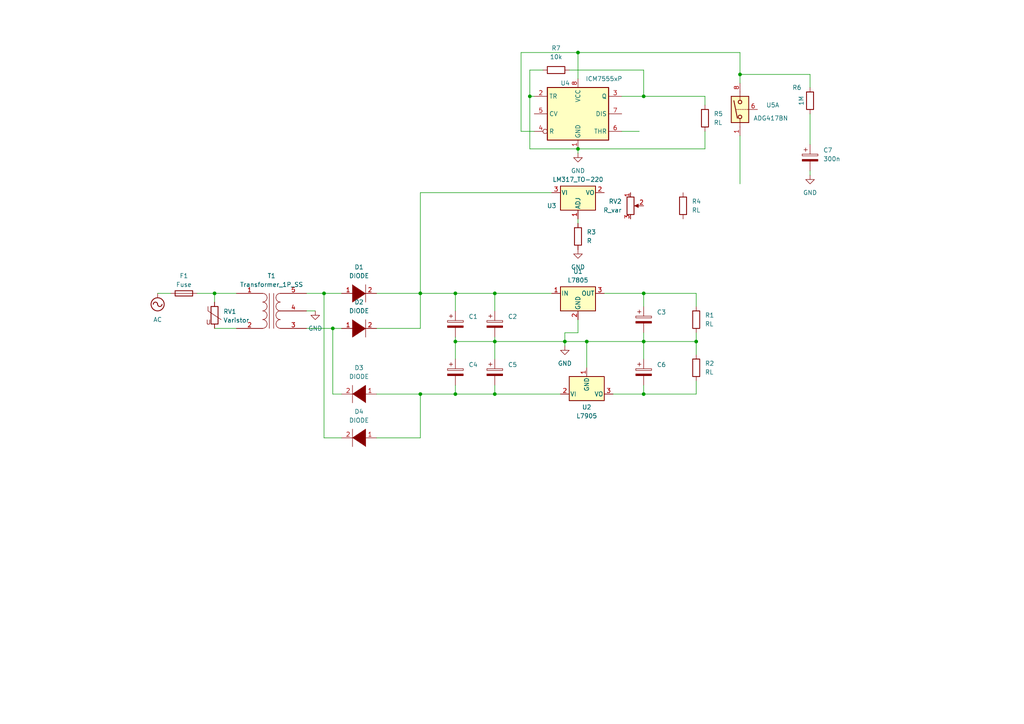
<source format=kicad_sch>
(kicad_sch (version 20230121) (generator eeschema)
  (paper "A4")
  (lib_symbols
    (symbol "Analog_Switch:ADG417BN" (pin_names (offset 0.254))
      (property "Reference" "U" (at -3.175 5.334 0))
      (property "Value" "ADG417BN" (at -3.175 3.556 0))
      (symbol "ADG417BN_1_1"
        (rectangle (start -3.81 2.54) (end 3.81 -2.54) (stroke (width 0.254)) (fill (type background)))
        (circle (center -2.159 0) (radius 0.508) (stroke (width 0.254)))
        (polyline (pts (xy -5.08 0) (xy -2.794 0)))
        (polyline (pts (xy -2.54 0.762) (xy 2.54 1.778)) (stroke (width 0.254)))
        (polyline (pts (xy 0 -2.54) (xy 0 -2.032)))
        (polyline (pts (xy 0 -1.778) (xy 0 -1.524)))
        (polyline (pts (xy 0 -1.27) (xy 0 -1.016)))
        (polyline (pts (xy 0 -0.762) (xy 0 -0.508)))
        (polyline (pts (xy 0 -0.254) (xy 0 0)))
        (polyline (pts (xy 0 0.254) (xy 0 0.508)))
        (polyline (pts (xy 0 0.762) (xy 0 1.016)))
        (polyline (pts (xy 5.08 0) (xy 2.794 0)))
        (circle (center 2.159 0) (radius 0.508) (stroke (width 0.254)))
        (pin passive line (at -7.62 0 0) (length 2.54) (name "~") (number "1"))
        (pin input line (at 0 -5.08 90) (length 2.54) (name "~") (number "6"))
        (pin passive line (at 7.62 0 180) (length 2.54) (name "~") (number "8"))
      )
      (symbol "ADG417BN_2_0"
        (pin no_connect line (at -2.54 10.16 270) (length 2.54) hide (name "NC") (number "2"))
        (pin power_in line (at 0 -12.7 90) (length 2.54) (name "GND") (number "3"))
        (pin power_in line (at 0 12.7 270) (length 2.54) (name "V+") (number "4"))
        (pin power_in line (at 2.54 12.7 270) (length 2.54) (name "VL") (number "5"))
        (pin power_in line (at 2.54 -12.7 90) (length 2.54) (name "V-") (number "7"))
      )
      (symbol "ADG417BN_2_1"
        (rectangle (start -3.81 10.16) (end 6.35 -10.16) (stroke (width 0.254)) (fill (type background)))
      )
    )
    (symbol "Device:C_Polarized" (pin_numbers hide) (pin_names (offset 0.254))
      (property "Reference" "C" (at 0.635 2.54 0))
      (property "Value" "C_Polarized" (at 0.635 -2.54 0))
      (symbol "C_Polarized_0_1"
        (rectangle (start -2.286 0.508) (end 2.286 1.016))
        (polyline (pts (xy -1.778 2.286) (xy -0.762 2.286)))
        (polyline (pts (xy -1.27 2.794) (xy -1.27 1.778)))
        (rectangle (start 2.286 -0.508) (end -2.286 -1.016) (fill (type outline)))
      )
      (symbol "C_Polarized_1_1"
        (pin passive line (at 0 3.81 270) (length 2.794) (name "~") (number "1"))
        (pin passive line (at 0 -3.81 90) (length 2.794) (name "~") (number "2"))
      )
    )
    (symbol "Device:Fuse" (pin_numbers hide) (pin_names (offset 0))
      (property "Reference" "F" (at 2.032 0 90))
      (property "Value" "Fuse" (at -1.905 0 90))
      (symbol "Fuse_0_1"
        (rectangle (start -0.762 -2.54) (end 0.762 2.54) (stroke (width 0.254)))
        (polyline (pts (xy 0 2.54) (xy 0 -2.54)))
      )
      (symbol "Fuse_1_1"
        (pin passive line (at 0 3.81 270) (length 1.27) (name "~") (number "1"))
        (pin passive line (at 0 -3.81 90) (length 1.27) (name "~") (number "2"))
      )
    )
    (symbol "Device:R" (pin_numbers hide) (pin_names (offset 0))
      (property "Reference" "R" (at 2.032 0 90))
      (property "Value" "R" (at 0 0 90))
      (symbol "R_0_1"
        (rectangle (start -1.016 -2.54) (end 1.016 2.54) (stroke (width 0.254)))
      )
      (symbol "R_1_1"
        (pin passive line (at 0 3.81 270) (length 1.27) (name "~") (number "1"))
        (pin passive line (at 0 -3.81 90) (length 1.27) (name "~") (number "2"))
      )
    )
    (symbol "Device:R_Potentiometer" (pin_names (offset 1.016) hide)
      (property "Reference" "RV" (at -4.445 0 90))
      (property "Value" "R_Potentiometer" (at -2.54 0 90))
      (symbol "R_Potentiometer_0_1"
        (polyline (pts (xy 2.54 0) (xy 1.524 0)))
        (polyline (pts (xy 1.143 0) (xy 2.286 0.508) (xy 2.286 -0.508) (xy 1.143 0)) (fill (type outline)))
        (rectangle (start 1.016 2.54) (end -1.016 -2.54) (stroke (width 0.254)))
      )
      (symbol "R_Potentiometer_1_1"
        (pin passive line (at 0 3.81 270) (length 1.27) (name "1") (number "1"))
        (pin passive line (at 3.81 0 180) (length 1.27) (name "2") (number "2"))
        (pin passive line (at 0 -3.81 90) (length 1.27) (name "3") (number "3"))
      )
    )
    (symbol "Device:Transformer_1P_SS" (pin_names (offset 1.016) hide)
      (property "Reference" "T" (at 0 6.35 0))
      (property "Value" "Transformer_1P_SS" (at 0 -7.62 0))
      (symbol "Transformer_1P_SS_0_1"
        (arc (start -2.54 -5.0546) (mid -1.6599 -4.6901) (end -1.27 -3.81))
        (arc (start -2.54 -2.5146) (mid -1.6599 -2.1501) (end -1.27 -1.27))
        (arc (start -2.54 0.0254) (mid -1.6599 0.3899) (end -1.27 1.27))
        (arc (start -2.54 2.5654) (mid -1.6599 2.9299) (end -1.27 3.81))
        (arc (start -1.27 -3.81) (mid -1.642 -2.912) (end -2.54 -2.54))
        (arc (start -1.27 -1.27) (mid -1.642 -0.372) (end -2.54 0))
        (arc (start -1.27 1.27) (mid -1.642 2.168) (end -2.54 2.54))
        (arc (start -1.27 3.81) (mid -1.642 4.708) (end -2.54 5.08))
        (polyline (pts (xy -0.635 5.08) (xy -0.635 -5.08)))
        (polyline (pts (xy 0.635 -5.08) (xy 0.635 5.08)))
        (arc (start 1.2954 -1.27) (mid 1.6599 -2.1501) (end 2.54 -2.5146))
        (arc (start 1.2954 1.27) (mid 1.6599 0.3899) (end 2.54 0.0254))
        (arc (start 1.2954 3.81) (mid 1.6599 2.9299) (end 2.54 2.5654))
        (arc (start 1.3208 -3.81) (mid 1.6853 -4.6901) (end 2.5654 -5.0546))
        (arc (start 2.54 0) (mid 1.642 -0.372) (end 1.2954 -1.27))
        (arc (start 2.54 2.54) (mid 1.642 2.168) (end 1.2954 1.27))
        (arc (start 2.54 5.08) (mid 1.642 4.708) (end 1.2954 3.81))
        (arc (start 2.5654 -2.54) (mid 1.6674 -2.912) (end 1.3208 -3.81))
      )
      (symbol "Transformer_1P_SS_1_1"
        (pin passive line (at -10.16 5.08 0) (length 7.62) (name "AA") (number "1"))
        (pin passive line (at -10.16 -5.08 0) (length 7.62) (name "AB") (number "2"))
        (pin passive line (at 10.16 -5.08 180) (length 7.62) (name "SA") (number "3"))
        (pin passive line (at 10.16 0 180) (length 7.62) (name "SC") (number "4"))
        (pin passive line (at 10.16 5.08 180) (length 7.62) (name "SB") (number "5"))
      )
    )
    (symbol "Device:Varistor" (pin_numbers hide) (pin_names (offset 0))
      (property "Reference" "RV" (at 3.175 0 90))
      (property "Value" "Varistor" (at -3.175 0 90))
      (symbol "Varistor_0_0"
        (text "U" (at -1.778 -2.032 0) (effects (font (size 1.27 1.27))))
      )
      (symbol "Varistor_0_1"
        (rectangle (start -1.016 -2.54) (end 1.016 2.54) (stroke (width 0.254)))
        (polyline (pts (xy -1.905 2.54) (xy -1.905 1.27) (xy 1.905 -1.27)))
      )
      (symbol "Varistor_1_1"
        (pin passive line (at 0 3.81 270) (length 1.27) (name "~") (number "1"))
        (pin passive line (at 0 -3.81 90) (length 1.27) (name "~") (number "2"))
      )
    )
    (symbol "Regulator_Linear:L7805" (pin_names (offset 0.254))
      (property "Reference" "U" (at -3.81 3.175 0))
      (property "Value" "L7805" (at 0 3.175 0))
      (symbol "L7805_0_1"
        (rectangle (start -5.08 1.905) (end 5.08 -5.08) (stroke (width 0.254)) (fill (type background)))
      )
      (symbol "L7805_1_1"
        (pin power_in line (at -7.62 0 0) (length 2.54) (name "IN") (number "1"))
        (pin power_in line (at 0 -7.62 90) (length 2.54) (name "GND") (number "2"))
        (pin power_out line (at 7.62 0 180) (length 2.54) (name "OUT") (number "3"))
      )
    )
    (symbol "Regulator_Linear:L7905" (pin_names (offset 0.254))
      (property "Reference" "U" (at -3.81 -3.175 0))
      (property "Value" "L7905" (at 0 -3.175 0))
      (symbol "L7905_0_1"
        (rectangle (start -5.08 5.08) (end 5.08 -1.905) (stroke (width 0.254)) (fill (type background)))
      )
      (symbol "L7905_1_1"
        (pin power_in line (at 0 7.62 270) (length 2.54) (name "GND") (number "1"))
        (pin power_in line (at -7.62 0 0) (length 2.54) (name "VI") (number "2"))
        (pin power_out line (at 7.62 0 180) (length 2.54) (name "VO") (number "3"))
      )
    )
    (symbol "Regulator_Linear:LM317_TO-220" (pin_names (offset 0.254))
      (property "Reference" "U" (at -3.81 3.175 0))
      (property "Value" "LM317_TO-220" (at 0 3.175 0))
      (symbol "LM317_TO-220_0_1"
        (rectangle (start -5.08 1.905) (end 5.08 -5.08) (stroke (width 0.254)) (fill (type background)))
      )
      (symbol "LM317_TO-220_1_1"
        (pin input line (at 0 -7.62 90) (length 2.54) (name "ADJ") (number "1"))
        (pin power_out line (at 7.62 0 180) (length 2.54) (name "VO") (number "2"))
        (pin power_in line (at -7.62 0 0) (length 2.54) (name "VI") (number "3"))
      )
    )
    (symbol "Timer:ICM7555xP"
      (property "Reference" "U" (at -10.16 8.89 0))
      (property "Value" "ICM7555xP" (at 2.54 8.89 0))
      (symbol "ICM7555xP_0_0"
        (pin power_in line (at 0 -10.16 90) (length 2.54) (name "GND") (number "1"))
        (pin power_in line (at 0 10.16 270) (length 2.54) (name "VCC") (number "8"))
      )
      (symbol "ICM7555xP_0_1"
        (rectangle (start -8.89 -7.62) (end 8.89 7.62) (stroke (width 0.254)) (fill (type background)))
        (rectangle (start -8.89 -7.62) (end 8.89 7.62) (stroke (width 0.254)) (fill (type background)))
      )
      (symbol "ICM7555xP_1_1"
        (pin input line (at -12.7 5.08 0) (length 3.81) (name "TR") (number "2"))
        (pin output line (at 12.7 5.08 180) (length 3.81) (name "Q") (number "3"))
        (pin input inverted (at -12.7 -5.08 0) (length 3.81) (name "R") (number "4"))
        (pin input line (at -12.7 0 0) (length 3.81) (name "CV") (number "5"))
        (pin input line (at 12.7 -5.08 180) (length 3.81) (name "THR") (number "6"))
        (pin input line (at 12.7 0 180) (length 3.81) (name "DIS") (number "7"))
      )
    )
    (symbol "power:AC" (power) (pin_names (offset 0))
      (property "Value" "AC" (at 0 6.35 0))
      (symbol "AC_0_1"
        (polyline (pts (xy 0 0) (xy 0 1.27)))
        (arc (start 0 3.175) (mid -0.635 3.8072) (end -1.27 3.175) (stroke (width 0.254)))
        (arc (start 0 3.175) (mid 0.635 2.5427) (end 1.27 3.175) (stroke (width 0.254)))
        (circle (center 0 3.175) (radius 1.905) (stroke (width 0.254)))
      )
      (symbol "AC_1_1"
        (pin power_in line (at 0 0 90) (length 0) hide (name "AC") (number "1"))
      )
    )
    (symbol "power:GND" (power) (pin_names (offset 0))
      (property "Value" "GND" (at 0 -3.81 0))
      (symbol "GND_0_1"
        (polyline (pts (xy 0 0) (xy 0 -1.27) (xy 1.27 -1.27) (xy 0 -2.54) (xy -1.27 -1.27) (xy 0 -1.27)))
      )
      (symbol "GND_1_1"
        (pin power_in line (at 0 0 270) (length 0) hide (name "GND") (number "1"))
      )
    )
    (symbol "pspice:DIODE" (pin_names (offset 1.016) hide)
      (property "Reference" "D" (at 0 3.81 0))
      (property "Value" "DIODE" (at 0 -4.445 0))
      (symbol "DIODE_0_1"
        (polyline (pts (xy 1.905 2.54) (xy 1.905 -2.54)))
        (polyline (pts (xy -1.905 2.54) (xy -1.905 -2.54) (xy 1.905 0)) (fill (type outline)))
      )
      (symbol "DIODE_1_1"
        (pin input line (at -5.08 0 0) (length 3.81) (name "K") (number "1"))
        (pin input line (at 5.08 0 180) (length 3.81) (name "A") (number "2"))
      )
    )
  )
  (junction (at 167.64 43.18))
  (junction (at 167.64 15.24))
  (junction (at 132.08 99.06))
  (junction (at 186.69 99.06))
  (junction (at 143.51 99.06))
  (junction (at 143.51 114.3))
  (junction (at 170.18 99.06))
  (junction (at 143.51 85.09))
  (junction (at 201.93 99.06))
  (junction (at 93.98 85.09))
  (junction (at 62.23 85.09))
  (junction (at 121.92 114.3))
  (junction (at 186.69 85.09))
  (junction (at 132.08 114.3))
  (junction (at 132.08 85.09))
  (junction (at 163.83 99.06))
  (junction (at 96.52 95.25))
  (junction (at 153.67 27.94))
  (junction (at 186.69 27.94))
  (junction (at 214.63 21.59))
  (junction (at 121.92 85.09))
  (junction (at 186.69 114.3))
  (wire (pts (xy 186.69 111.76) (xy 186.69 114.3)))
  (wire (pts (xy 201.93 85.09) (xy 186.69 85.09)))
  (wire (pts (xy 170.18 99.06) (xy 186.69 99.06)))
  (wire (pts (xy 201.93 102.87) (xy 201.93 99.06)))
  (wire (pts (xy 204.47 30.48) (xy 204.47 27.94)))
  (wire (pts (xy 143.51 99.06) (xy 163.83 99.06)))
  (wire (pts (xy 96.52 95.25) (xy 99.06 95.25)))
  (wire (pts (xy 186.69 96.52) (xy 186.69 99.06)))
  (wire (pts (xy 121.92 114.3) (xy 132.08 114.3)))
  (wire (pts (xy 214.63 39.37) (xy 214.63 53.34)))
  (wire (pts (xy 151.13 38.1) (xy 151.13 15.24)))
  (wire (pts (xy 186.69 114.3) (xy 201.93 114.3)))
  (wire (pts (xy 99.06 114.3) (xy 96.52 114.3)))
  (wire (pts (xy 109.22 95.25) (xy 121.92 95.25)))
  (wire (pts (xy 201.93 96.52) (xy 201.93 99.06)))
  (wire (pts (xy 121.92 95.25) (xy 121.92 85.09)))
  (wire (pts (xy 165.1 20.32) (xy 186.69 20.32)))
  (wire (pts (xy 153.67 27.94) (xy 153.67 43.18)))
  (wire (pts (xy 170.18 106.68) (xy 170.18 99.06)))
  (wire (pts (xy 132.08 99.06) (xy 143.51 99.06)))
  (wire (pts (xy 132.08 97.79) (xy 132.08 99.06)))
  (wire (pts (xy 180.34 38.1) (xy 185.42 38.1)))
  (wire (pts (xy 234.95 25.4) (xy 234.95 21.59)))
  (wire (pts (xy 170.18 99.06) (xy 163.83 99.06)))
  (wire (pts (xy 143.51 85.09) (xy 160.02 85.09)))
  (wire (pts (xy 57.15 85.09) (xy 62.23 85.09)))
  (wire (pts (xy 132.08 114.3) (xy 143.51 114.3)))
  (wire (pts (xy 62.23 85.09) (xy 68.58 85.09)))
  (wire (pts (xy 143.51 111.76) (xy 143.51 114.3)))
  (wire (pts (xy 88.9 90.17) (xy 91.44 90.17)))
  (wire (pts (xy 201.93 99.06) (xy 186.69 99.06)))
  (wire (pts (xy 121.92 85.09) (xy 132.08 85.09)))
  (wire (pts (xy 201.93 110.49) (xy 201.93 114.3)))
  (wire (pts (xy 132.08 111.76) (xy 132.08 114.3)))
  (wire (pts (xy 186.69 85.09) (xy 186.69 88.9)))
  (wire (pts (xy 175.26 85.09) (xy 186.69 85.09)))
  (wire (pts (xy 160.02 55.88) (xy 121.92 55.88)))
  (wire (pts (xy 88.9 95.25) (xy 96.52 95.25)))
  (wire (pts (xy 151.13 15.24) (xy 167.64 15.24)))
  (wire (pts (xy 62.23 85.09) (xy 62.23 87.63)))
  (wire (pts (xy 167.64 92.71) (xy 167.64 96.52)))
  (wire (pts (xy 132.08 99.06) (xy 132.08 104.14)))
  (wire (pts (xy 154.94 27.94) (xy 153.67 27.94)))
  (wire (pts (xy 167.64 96.52) (xy 163.83 96.52)))
  (wire (pts (xy 234.95 49.53) (xy 234.95 50.8)))
  (wire (pts (xy 214.63 15.24) (xy 214.63 21.59)))
  (wire (pts (xy 177.8 114.3) (xy 186.69 114.3)))
  (wire (pts (xy 109.22 114.3) (xy 121.92 114.3)))
  (wire (pts (xy 234.95 21.59) (xy 214.63 21.59)))
  (wire (pts (xy 163.83 96.52) (xy 163.83 99.06)))
  (wire (pts (xy 93.98 85.09) (xy 99.06 85.09)))
  (wire (pts (xy 167.64 43.18) (xy 167.64 44.45)))
  (wire (pts (xy 109.22 85.09) (xy 121.92 85.09)))
  (wire (pts (xy 93.98 127) (xy 93.98 85.09)))
  (wire (pts (xy 143.51 85.09) (xy 143.51 90.17)))
  (wire (pts (xy 121.92 127) (xy 121.92 114.3)))
  (wire (pts (xy 153.67 43.18) (xy 167.64 43.18)))
  (wire (pts (xy 180.34 27.94) (xy 186.69 27.94)))
  (wire (pts (xy 201.93 88.9) (xy 201.93 85.09)))
  (wire (pts (xy 167.64 43.18) (xy 204.47 43.18)))
  (wire (pts (xy 88.9 85.09) (xy 93.98 85.09)))
  (wire (pts (xy 143.51 114.3) (xy 162.56 114.3)))
  (wire (pts (xy 143.51 99.06) (xy 143.51 104.14)))
  (wire (pts (xy 132.08 85.09) (xy 132.08 90.17)))
  (wire (pts (xy 167.64 64.77) (xy 167.64 63.5)))
  (wire (pts (xy 154.94 38.1) (xy 151.13 38.1)))
  (wire (pts (xy 167.64 22.86) (xy 167.64 15.24)))
  (wire (pts (xy 109.22 127) (xy 121.92 127)))
  (wire (pts (xy 153.67 20.32) (xy 157.48 20.32)))
  (wire (pts (xy 45.72 85.09) (xy 49.53 85.09)))
  (wire (pts (xy 167.64 15.24) (xy 214.63 15.24)))
  (wire (pts (xy 163.83 99.06) (xy 163.83 100.33)))
  (wire (pts (xy 132.08 85.09) (xy 143.51 85.09)))
  (wire (pts (xy 214.63 21.59) (xy 214.63 24.13)))
  (wire (pts (xy 62.23 95.25) (xy 68.58 95.25)))
  (wire (pts (xy 186.69 27.94) (xy 204.47 27.94)))
  (wire (pts (xy 99.06 127) (xy 93.98 127)))
  (wire (pts (xy 153.67 27.94) (xy 153.67 20.32)))
  (wire (pts (xy 121.92 55.88) (xy 121.92 85.09)))
  (wire (pts (xy 96.52 95.25) (xy 96.52 114.3)))
  (wire (pts (xy 186.69 99.06) (xy 186.69 104.14)))
  (wire (pts (xy 186.69 20.32) (xy 186.69 27.94)))
  (wire (pts (xy 204.47 38.1) (xy 204.47 43.18)))
  (wire (pts (xy 143.51 97.79) (xy 143.51 99.06)))
  (wire (pts (xy 234.95 33.02) (xy 234.95 41.91)))
  (symbol (lib_id "Device:C_Polarized") (at 143.51 107.95 0) (unit 1)
    (property "Reference" "C5" (at 147.32 105.791 0) (effects (justify left)))
    (property "Value" "C_Polarized" (effects hide))
  )
  (symbol (lib_id "power:GND") (at 167.64 44.45 0) (unit 1)
    (property "Reference" "#PWR06" (effects hide))
    (property "Value" "GND" (at 167.64 49.53 0))
  )
  (symbol (lib_id "pspice:DIODE") (at 104.14 95.25 0) (unit 1)
    (property "Reference" "D2" (at 104.14 87.63 0))
    (property "Value" "DIODE" (at 104.14 90.17 0))
  )
  (symbol (lib_id "Device:C_Polarized") (at 234.95 45.72 0) (unit 1)
    (property "Reference" "C7" (at 238.76 43.561 0) (effects (justify left)))
    (property "Value" "300n" (at 238.76 46.101 0) (effects (justify left)))
  )
  (symbol (lib_id "Device:R") (at 161.29 20.32 90) (unit 1)
    (property "Reference" "R7" (at 161.29 13.97 90))
    (property "Value" "10k" (at 161.29 16.51 90))
  )
  (symbol (lib_id "Timer:ICM7555xP") (at 167.64 33.02 0) (unit 1)
    (property "Reference" "U4" (at 162.56 24.13 0) (effects (justify left)))
    (property "Value" "ICM7555xP" (at 169.8341 22.86 0) (effects (justify left)))
    (property "Footprint" "Package_DIP:DIP-8_W7.62mm" (effects hide))
    (property "Datasheet" "http://www.intersil.com/content/dam/Intersil/documents/icm7/icm7555-56.pdf" (effects hide))
  )
  (symbol (lib_id "Device:C_Polarized") (at 143.51 93.98 0) (unit 1)
    (property "Reference" "C2" (at 147.32 91.821 0) (effects (justify left)))
    (property "Value" "C_Polarized" (effects hide))
  )
  (symbol (lib_id "Device:Fuse") (at 53.34 85.09 90) (unit 1)
    (property "Reference" "F1" (at 53.34 80.01 90))
    (property "Value" "Fuse" (at 53.34 82.55 90))
  )
  (symbol (lib_id "pspice:DIODE") (at 104.14 85.09 0) (unit 1)
    (property "Reference" "D1" (at 104.14 77.47 0))
    (property "Value" "DIODE" (at 104.14 80.01 0))
  )
  (symbol (lib_id "Regulator_Linear:L7905") (at 170.18 114.3 0) (unit 1)
    (property "Reference" "U2" (at 170.18 118.11 0))
    (property "Value" "L7905" (at 170.18 120.65 0))
    (property "Datasheet" "http://www.st.com/content/ccc/resource/technical/document/datasheet/c9/16/86/41/c7/2b/45/f2/CD00000450.pdf/files/CD00000450.pdf/jcr:content/translations/en.CD00000450.pdf" (effects hide))
  )
  (symbol (lib_id "Device:R") (at 201.93 106.68 0) (unit 1)
    (property "Reference" "R2" (at 204.47 105.41 0) (effects (justify left)))
    (property "Value" "RL" (at 204.47 107.95 0) (effects (justify left)))
  )
  (symbol (lib_id "Analog_Switch:ADG417BN") (at 214.63 31.75 90) (unit 1)
    (property "Reference" "U5" (at 226.06 30.48 90) (effects (justify left)))
    (property "Value" "ADG417BN" (at 228.6 34.29 90) (effects (justify left)))
    (property "Footprint" "Package_DIP:DIP-8_W7.62mm" (effects hide))
    (property "Datasheet" "https://www.analog.com/media/en/technical-documentation/data-sheets/ADG417.pdf" (effects hide))
  )
  (symbol (lib_id "Device:C_Polarized") (at 132.08 107.95 0) (unit 1)
    (property "Reference" "C4" (at 135.89 105.791 0) (effects (justify left)))
    (property "Value" "C_Polarized" (effects hide))
  )
  (symbol (lib_id "Device:R_Potentiometer") (at 182.88 59.69 0) (unit 1)
    (property "Reference" "RV2" (at 180.34 58.42 0) (effects (justify right)))
    (property "Value" "R_var" (at 180.34 60.96 0) (effects (justify right)))
  )
  (symbol (lib_id "Device:R") (at 201.93 92.71 0) (unit 1)
    (property "Reference" "R1" (at 204.47 91.44 0) (effects (justify left)))
    (property "Value" "RL" (at 204.47 93.98 0) (effects (justify left)))
  )
  (symbol (lib_id "pspice:DIODE") (at 104.14 114.3 180) (unit 1)
    (property "Reference" "D3" (at 104.14 106.68 0))
    (property "Value" "DIODE" (at 104.14 109.22 0))
  )
  (symbol (lib_id "Device:R") (at 167.64 68.58 0) (unit 1)
    (property "Reference" "R3" (at 170.18 67.31 0) (effects (justify left)))
    (property "Value" "R" (at 170.18 69.85 0) (effects (justify left)))
  )
  (symbol (lib_id "Device:R") (at 198.12 59.69 0) (unit 1)
    (property "Reference" "R4" (at 200.66 58.42 0) (effects (justify left)))
    (property "Value" "RL" (at 200.66 60.96 0) (effects (justify left)))
  )
  (symbol (lib_id "power:AC") (at 45.72 85.09 180) (unit 1)
    (property "Reference" "#PWR01" (effects hide))
    (property "Value" "AC" (at 45.72 92.71 0))
  )
  (symbol (lib_id "Regulator_Linear:L7805") (at 167.64 85.09 0) (unit 1)
    (property "Reference" "U1" (at 167.64 78.74 0))
    (property "Value" "L7805" (at 167.64 81.28 0))
    (property "Datasheet" "http://www.st.com/content/ccc/resource/technical/document/datasheet/41/4f/b3/b0/12/d4/47/88/CD00000444.pdf/files/CD00000444.pdf/jcr:content/translations/en.CD00000444.pdf" (effects hide))
  )
  (symbol (lib_id "power:GND") (at 234.95 50.8 0) (unit 1)
    (property "Reference" "#PWR02" (effects hide))
    (property "Value" "GND" (at 234.95 55.88 0))
  )
  (symbol (lib_id "power:GND") (at 167.64 72.39 0) (unit 1)
    (property "Reference" "#PWR05" (effects hide))
    (property "Value" "GND" (at 167.64 77.47 0))
  )
  (symbol (lib_id "power:GND") (at 163.83 100.33 0) (unit 1)
    (property "Reference" "#PWR04" (effects hide))
    (property "Value" "GND" (at 163.83 105.41 0))
  )
  (symbol (lib_id "Device:R") (at 204.47 34.29 0) (unit 1)
    (property "Reference" "R5" (at 207.01 33.02 0) (effects (justify left)))
    (property "Value" "RL" (at 207.01 35.56 0) (effects (justify left)))
  )
  (symbol (lib_id "Device:C_Polarized") (at 186.69 92.71 0) (unit 1)
    (property "Reference" "C3" (at 190.5 90.551 0) (effects (justify left)))
    (property "Value" "C_Polarized" (effects hide))
  )
  (symbol (lib_id "Regulator_Linear:LM317_TO-220") (at 167.64 55.88 0) (unit 1)
    (property "Reference" "U3" (at 160.02 59.69 0))
    (property "Value" "LM317_TO-220" (at 167.64 52.07 0))
    (property "Footprint" "Package_TO_SOT_THT:TO-220-3_Vertical" (effects hide))
    (property "Datasheet" "http://www.ti.com/lit/ds/symlink/lm317.pdf" (effects hide))
  )
  (symbol (lib_id "Device:Transformer_1P_SS") (at 78.74 90.17 0) (unit 1)
    (property "Reference" "T1" (at 78.7527 80.01 0))
    (property "Value" "Transformer_1P_SS" (at 78.7527 82.55 0))
  )
  (symbol (lib_id "Device:C_Polarized") (at 132.08 93.98 0) (unit 1)
    (property "Reference" "C1" (at 135.89 91.821 0) (effects (justify left)))
    (property "Value" "C_Polarized" (effects hide))
  )
  (symbol (lib_id "Device:C_Polarized") (at 186.69 107.95 0) (unit 1)
    (property "Reference" "C6" (at 190.5 105.791 0) (effects (justify left)))
    (property "Value" "C_Polarized" (effects hide))
  )
  (symbol (lib_id "Device:Varistor") (at 62.23 91.44 0) (unit 1)
    (property "Reference" "RV1" (at 64.77 90.3633 0) (effects (justify left)))
    (property "Value" "Varistor" (at 64.77 92.9033 0) (effects (justify left)))
  )
  (symbol (lib_id "power:GND") (at 91.44 90.17 0) (unit 1)
    (property "Reference" "#PWR03" (effects hide))
    (property "Value" "GND" (at 91.44 95.25 0))
  )
  (symbol (lib_id "pspice:DIODE") (at 104.14 127 180) (unit 1)
    (property "Reference" "D4" (at 104.14 119.38 0))
    (property "Value" "DIODE" (at 104.14 121.92 0))
  )
  (symbol (lib_id "Device:R") (at 234.95 29.21 0) (unit 1)
    (property "Reference" "R6" (at 231.14 25.4 0))
    (property "Value" "1M" (at 232.41 29.21 90))
  )
)
</source>
